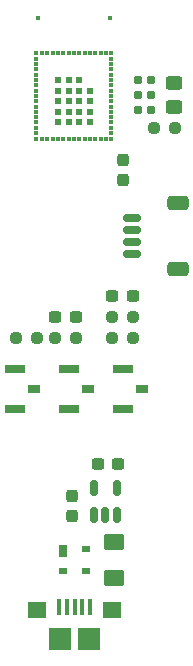
<source format=gbr>
%TF.GenerationSoftware,KiCad,Pcbnew,7.0.2*%
%TF.CreationDate,2024-02-26T12:12:44+02:00*%
%TF.ProjectId,STM32_EVB,53544d33-325f-4455-9642-2e6b69636164,01*%
%TF.SameCoordinates,Original*%
%TF.FileFunction,Paste,Top*%
%TF.FilePolarity,Positive*%
%FSLAX46Y46*%
G04 Gerber Fmt 4.6, Leading zero omitted, Abs format (unit mm)*
G04 Created by KiCad (PCBNEW 7.0.2) date 2024-02-26 12:12:44*
%MOMM*%
%LPD*%
G01*
G04 APERTURE LIST*
G04 Aperture macros list*
%AMRoundRect*
0 Rectangle with rounded corners*
0 $1 Rounding radius*
0 $2 $3 $4 $5 $6 $7 $8 $9 X,Y pos of 4 corners*
0 Add a 4 corners polygon primitive as box body*
4,1,4,$2,$3,$4,$5,$6,$7,$8,$9,$2,$3,0*
0 Add four circle primitives for the rounded corners*
1,1,$1+$1,$2,$3*
1,1,$1+$1,$4,$5*
1,1,$1+$1,$6,$7*
1,1,$1+$1,$8,$9*
0 Add four rect primitives between the rounded corners*
20,1,$1+$1,$2,$3,$4,$5,0*
20,1,$1+$1,$4,$5,$6,$7,0*
20,1,$1+$1,$6,$7,$8,$9,0*
20,1,$1+$1,$8,$9,$2,$3,0*%
G04 Aperture macros list end*
%ADD10RoundRect,0.237500X0.250000X0.237500X-0.250000X0.237500X-0.250000X-0.237500X0.250000X-0.237500X0*%
%ADD11RoundRect,0.150000X0.150000X-0.512500X0.150000X0.512500X-0.150000X0.512500X-0.150000X-0.512500X0*%
%ADD12R,0.700000X1.000000*%
%ADD13R,0.700000X0.600000*%
%ADD14RoundRect,0.250001X0.624999X-0.462499X0.624999X0.462499X-0.624999X0.462499X-0.624999X-0.462499X0*%
%ADD15RoundRect,0.150000X0.625000X-0.150000X0.625000X0.150000X-0.625000X0.150000X-0.625000X-0.150000X0*%
%ADD16RoundRect,0.250000X0.650000X-0.350000X0.650000X0.350000X-0.650000X0.350000X-0.650000X-0.350000X0*%
%ADD17RoundRect,0.237500X-0.250000X-0.237500X0.250000X-0.237500X0.250000X0.237500X-0.250000X0.237500X0*%
%ADD18RoundRect,0.237500X-0.237500X0.300000X-0.237500X-0.300000X0.237500X-0.300000X0.237500X0.300000X0*%
%ADD19RoundRect,0.237500X-0.300000X-0.237500X0.300000X-0.237500X0.300000X0.237500X-0.300000X0.237500X0*%
%ADD20RoundRect,0.155000X0.212500X0.155000X-0.212500X0.155000X-0.212500X-0.155000X0.212500X-0.155000X0*%
%ADD21RoundRect,0.237500X0.300000X0.237500X-0.300000X0.237500X-0.300000X-0.237500X0.300000X-0.237500X0*%
%ADD22R,1.700000X0.800000*%
%ADD23R,1.100000X0.800000*%
%ADD24R,0.350000X0.350000*%
%ADD25R,0.350000X0.300000*%
%ADD26R,0.300000X0.350000*%
%ADD27R,0.600000X0.600000*%
%ADD28R,0.430000X0.430000*%
%ADD29RoundRect,0.250000X-0.450000X0.325000X-0.450000X-0.325000X0.450000X-0.325000X0.450000X0.325000X0*%
%ADD30RoundRect,0.155000X-0.212500X-0.155000X0.212500X-0.155000X0.212500X0.155000X-0.212500X0.155000X0*%
%ADD31R,0.400000X1.350000*%
%ADD32R,1.600000X1.400000*%
%ADD33R,1.900000X1.900000*%
G04 APERTURE END LIST*
D10*
%TO.C,R4*%
X103274500Y-73914000D03*
X101449500Y-73914000D03*
%TD*%
D11*
%TO.C,U1*%
X99954000Y-88900000D03*
X100904000Y-88900000D03*
X101854000Y-88900000D03*
X101854000Y-86625000D03*
X99954000Y-86625000D03*
%TD*%
D10*
%TO.C,R5*%
X106830500Y-56134000D03*
X105005500Y-56134000D03*
%TD*%
D12*
%TO.C,D1*%
X97298000Y-91960000D03*
D13*
X97298000Y-93660000D03*
X99298000Y-93660000D03*
X99298000Y-91760000D03*
%TD*%
D14*
%TO.C,F1*%
X101600000Y-94197500D03*
X101600000Y-91222500D03*
%TD*%
D10*
%TO.C,R2*%
X103274500Y-72136000D03*
X101449500Y-72136000D03*
%TD*%
D15*
%TO.C,J1*%
X103156000Y-66778000D03*
X103156000Y-65778000D03*
X103156000Y-64778000D03*
X103156000Y-63778000D03*
D16*
X107031000Y-68078000D03*
X107031000Y-62478000D03*
%TD*%
D17*
%TO.C,R3*%
X96623500Y-73914000D03*
X98448500Y-73914000D03*
%TD*%
D18*
%TO.C,C1*%
X102362000Y-58827500D03*
X102362000Y-60552500D03*
%TD*%
D19*
%TO.C,C3*%
X96673500Y-72136000D03*
X98398500Y-72136000D03*
%TD*%
D20*
%TO.C,C6*%
X104767000Y-54610000D03*
X103632000Y-54610000D03*
%TD*%
D21*
%TO.C,C2*%
X103224500Y-70358000D03*
X101499500Y-70358000D03*
%TD*%
D22*
%TO.C,S3*%
X102362000Y-76540000D03*
X102362000Y-79940000D03*
D23*
X104012000Y-78240000D03*
%TD*%
D20*
%TO.C,C5*%
X104767000Y-53340000D03*
X103632000Y-53340000D03*
%TD*%
D22*
%TO.C,S1*%
X93218000Y-76540000D03*
X93218000Y-79940000D03*
D23*
X94868000Y-78240000D03*
%TD*%
D19*
%TO.C,C8*%
X100241000Y-84593000D03*
X101966000Y-84593000D03*
%TD*%
D18*
%TO.C,C7*%
X98055500Y-87286500D03*
X98055500Y-89011500D03*
%TD*%
D22*
%TO.C,S2*%
X97790000Y-76540000D03*
X97790000Y-79940000D03*
D23*
X99440000Y-78240000D03*
%TD*%
D24*
%TO.C,MD1*%
X95065000Y-49784000D03*
D25*
X95065000Y-50259000D03*
X95065000Y-50709000D03*
X95065000Y-51159000D03*
X95065000Y-51609000D03*
X95065000Y-52059000D03*
X95065000Y-52509000D03*
X95065000Y-52959000D03*
X95065000Y-53409000D03*
X95065000Y-53859000D03*
X95065000Y-54309000D03*
X95065000Y-54759000D03*
X95065000Y-55209000D03*
X95065000Y-55659000D03*
X95065000Y-56109000D03*
X95065000Y-56559000D03*
D24*
X95065000Y-57034000D03*
D26*
X95540001Y-57034000D03*
X95990001Y-57034000D03*
X96440001Y-57034000D03*
X96890001Y-57034000D03*
X97340001Y-57034000D03*
X97790001Y-57034000D03*
X98240001Y-57034000D03*
X98690001Y-57034000D03*
X99140001Y-57034000D03*
X99590001Y-57034000D03*
X100040001Y-57034000D03*
X100490001Y-57034000D03*
X100940001Y-57034000D03*
D24*
X101415000Y-57034000D03*
D25*
X101415000Y-56559000D03*
X101415000Y-56109000D03*
X101415000Y-55659000D03*
X101415000Y-55209000D03*
X101415000Y-54759000D03*
X101415000Y-54309000D03*
X101415000Y-53859000D03*
X101415000Y-53409000D03*
X101415000Y-52959000D03*
X101415000Y-52509000D03*
X101415000Y-52059000D03*
X101415000Y-51609000D03*
X101415000Y-51159000D03*
X101415000Y-50709000D03*
X101415000Y-50259000D03*
D24*
X101415000Y-49784000D03*
D26*
X100940000Y-49784000D03*
X100490000Y-49784000D03*
X100040000Y-49784000D03*
X99590000Y-49784000D03*
X99140000Y-49784000D03*
X98690000Y-49784000D03*
X98240000Y-49784000D03*
X97790000Y-49784000D03*
X97340000Y-49784000D03*
X96890000Y-49784000D03*
X96440000Y-49784000D03*
X95990000Y-49784000D03*
X95540000Y-49784000D03*
D27*
X96890000Y-52059000D03*
X96890000Y-52959000D03*
X96890000Y-53859000D03*
X96890000Y-54759000D03*
X96890000Y-55659000D03*
X97790000Y-55659000D03*
X98690000Y-55659000D03*
X99590000Y-55659000D03*
X99590000Y-54759000D03*
X99590000Y-53859000D03*
X99590000Y-52959000D03*
X97790000Y-52059000D03*
X97790000Y-52959000D03*
X97790000Y-53859000D03*
X97790000Y-54759000D03*
X98690000Y-54759000D03*
X98690000Y-53859000D03*
X98690000Y-52959000D03*
X98690000Y-52059000D03*
D28*
X95190000Y-46824000D03*
X101290000Y-46824000D03*
%TD*%
D29*
%TO.C,D2*%
X106680000Y-52306001D03*
X106680000Y-54356001D03*
%TD*%
D30*
%TO.C,C4*%
X103632000Y-52070000D03*
X104767000Y-52070000D03*
%TD*%
D10*
%TO.C,R1*%
X95146500Y-73914000D03*
X93321500Y-73914000D03*
%TD*%
D31*
%TO.C,J2*%
X96998000Y-96710500D03*
X97648000Y-96710500D03*
X98298000Y-96710500D03*
X98948000Y-96710500D03*
X99598000Y-96710500D03*
D32*
X95098000Y-96935500D03*
X101498000Y-96935500D03*
D33*
X99498000Y-99385500D03*
X97098000Y-99385500D03*
%TD*%
M02*

</source>
